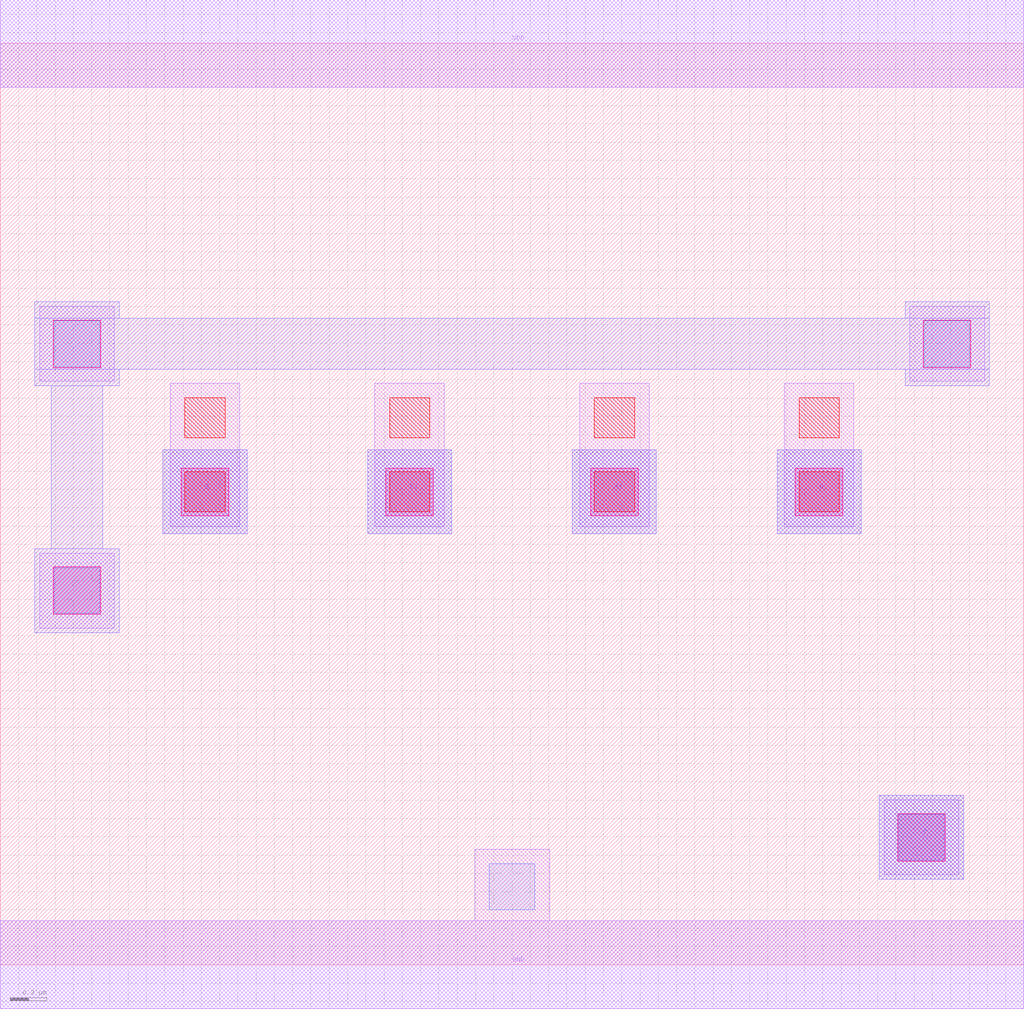
<source format=lef>
MACRO AAOI22
 CLASS CORE ;
 FOREIGN AAOI22 0 0 ;
 SIZE 5.6000000000000005 BY 5.04 ;
 ORIGIN 0 0 ;
 SYMMETRY X Y R90 ;
 SITE unit ;
  PIN VDD
   DIRECTION INOUT ;
   USE POWER ;
   SHAPE ABUTMENT ;
    PORT
     CLASS CORE ;
       LAYER met1 ;
        RECT 0.00000000 4.80000000 5.60000000 5.28000000 ;
    END
  END VDD

  PIN GND
   DIRECTION INOUT ;
   USE POWER ;
   SHAPE ABUTMENT ;
    PORT
     CLASS CORE ;
       LAYER met1 ;
        RECT 0.00000000 -0.24000000 5.60000000 0.24000000 ;
    END
  END GND

  PIN Y
   DIRECTION INOUT ;
   USE SIGNAL ;
   SHAPE ABUTMENT ;
    PORT
     CLASS CORE ;
       LAYER met2 ;
        RECT 4.81000000 0.46700000 5.27000000 0.92700000 ;
    END
  END Y

  PIN A1
   DIRECTION INOUT ;
   USE SIGNAL ;
   SHAPE ABUTMENT ;
    PORT
     CLASS CORE ;
       LAYER met2 ;
        RECT 3.13000000 2.35700000 3.59000000 2.81700000 ;
    END
  END A1

  PIN A
   DIRECTION INOUT ;
   USE SIGNAL ;
   SHAPE ABUTMENT ;
    PORT
     CLASS CORE ;
       LAYER met2 ;
        RECT 4.25000000 2.35700000 4.71000000 2.81700000 ;
    END
  END A

  PIN B1
   DIRECTION INOUT ;
   USE SIGNAL ;
   SHAPE ABUTMENT ;
    PORT
     CLASS CORE ;
       LAYER met2 ;
        RECT 2.01000000 2.35700000 2.47000000 2.81700000 ;
    END
  END B1

  PIN B
   DIRECTION INOUT ;
   USE SIGNAL ;
   SHAPE ABUTMENT ;
    PORT
     CLASS CORE ;
       LAYER met2 ;
        RECT 0.89000000 2.35700000 1.35000000 2.81700000 ;
    END
  END B

 OBS
    LAYER polycont ;
     RECT 1.01000000 2.47700000 1.23000000 2.69700000 ;
     RECT 2.13000000 2.47700000 2.35000000 2.69700000 ;
     RECT 3.25000000 2.47700000 3.47000000 2.69700000 ;
     RECT 4.37000000 2.47700000 4.59000000 2.69700000 ;
     RECT 1.01000000 2.88200000 1.23000000 3.10200000 ;
     RECT 2.13000000 2.88200000 2.35000000 3.10200000 ;
     RECT 3.25000000 2.88200000 3.47000000 3.10200000 ;
     RECT 4.37000000 2.88200000 4.59000000 3.10200000 ;

    LAYER pdiffc ;
     RECT 0.29500000 3.27200000 0.54500000 3.52200000 ;
     RECT 5.05500000 3.27200000 5.30500000 3.52200000 ;

    LAYER ndiffc ;
     RECT 2.67500000 0.30200000 2.92500000 0.55200000 ;
     RECT 4.91500000 0.57200000 5.16500000 0.82200000 ;
     RECT 0.29500000 1.92200000 0.54500000 2.17200000 ;

    LAYER met1 ;
     RECT 0.00000000 -0.24000000 5.60000000 0.24000000 ;
     RECT 2.59500000 0.24000000 3.00500000 0.63200000 ;
     RECT 4.83500000 0.49200000 5.24500000 0.90200000 ;
     RECT 0.21500000 1.84200000 0.62500000 2.25200000 ;
     RECT 0.93000000 2.39700000 1.31000000 3.18200000 ;
     RECT 2.05000000 2.39700000 2.43000000 3.18200000 ;
     RECT 3.17000000 2.39700000 3.55000000 3.18200000 ;
     RECT 4.29000000 2.39700000 4.67000000 3.18200000 ;
     RECT 0.21500000 3.19200000 0.62500000 3.60200000 ;
     RECT 4.97500000 3.19200000 5.38500000 3.60200000 ;
     RECT 0.00000000 4.80000000 5.60000000 5.28000000 ;

    LAYER via1 ;
     RECT 4.91000000 0.56700000 5.17000000 0.82700000 ;
     RECT 0.29000000 1.91700000 0.55000000 2.17700000 ;
     RECT 0.99000000 2.45700000 1.25000000 2.71700000 ;
     RECT 2.11000000 2.45700000 2.37000000 2.71700000 ;
     RECT 3.23000000 2.45700000 3.49000000 2.71700000 ;
     RECT 4.35000000 2.45700000 4.61000000 2.71700000 ;
     RECT 0.29000000 3.26700000 0.55000000 3.52700000 ;
     RECT 5.05000000 3.26700000 5.31000000 3.52700000 ;

    LAYER met2 ;
     RECT 4.81000000 0.46700000 5.27000000 0.92700000 ;
     RECT 0.89000000 2.35700000 1.35000000 2.81700000 ;
     RECT 2.01000000 2.35700000 2.47000000 2.81700000 ;
     RECT 3.13000000 2.35700000 3.59000000 2.81700000 ;
     RECT 4.25000000 2.35700000 4.71000000 2.81700000 ;
     RECT 0.19000000 1.81700000 0.65000000 2.27700000 ;
     RECT 0.28000000 2.27700000 0.56000000 3.16700000 ;
     RECT 0.19000000 3.16700000 0.65000000 3.25700000 ;
     RECT 4.95000000 3.16700000 5.41000000 3.25700000 ;
     RECT 0.19000000 3.25700000 5.41000000 3.53700000 ;
     RECT 0.19000000 3.53700000 0.65000000 3.62700000 ;
     RECT 4.95000000 3.53700000 5.41000000 3.62700000 ;

 END
END AAOI22

</source>
